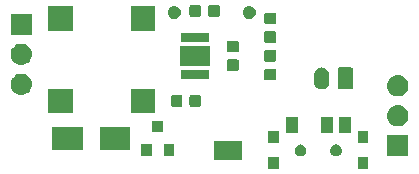
<source format=gbr>
G04 #@! TF.GenerationSoftware,KiCad,Pcbnew,(5.1.4-0)*
G04 #@! TF.CreationDate,2019-09-04T21:36:44-07:00*
G04 #@! TF.ProjectId,pic_beeper,7069635f-6265-4657-9065-722e6b696361,rev?*
G04 #@! TF.SameCoordinates,Original*
G04 #@! TF.FileFunction,Soldermask,Top*
G04 #@! TF.FilePolarity,Negative*
%FSLAX46Y46*%
G04 Gerber Fmt 4.6, Leading zero omitted, Abs format (unit mm)*
G04 Created by KiCad (PCBNEW (5.1.4-0)) date 2019-09-04 21:36:44*
%MOMM*%
%LPD*%
G04 APERTURE LIST*
%ADD10C,0.100000*%
G04 APERTURE END LIST*
D10*
G36*
X43875000Y-25477000D02*
G01*
X42973000Y-25477000D01*
X42973000Y-24475000D01*
X43875000Y-24475000D01*
X43875000Y-25477000D01*
X43875000Y-25477000D01*
G37*
G36*
X36275000Y-25477000D02*
G01*
X35373000Y-25477000D01*
X35373000Y-24475000D01*
X36275000Y-24475000D01*
X36275000Y-25477000D01*
X36275000Y-25477000D01*
G37*
G36*
X33205000Y-24677000D02*
G01*
X30803000Y-24677000D01*
X30803000Y-23075000D01*
X33205000Y-23075000D01*
X33205000Y-24677000D01*
X33205000Y-24677000D01*
G37*
G36*
X47256000Y-24396000D02*
G01*
X45454000Y-24396000D01*
X45454000Y-22594000D01*
X47256000Y-22594000D01*
X47256000Y-24396000D01*
X47256000Y-24396000D01*
G37*
G36*
X38221740Y-23384627D02*
G01*
X38270136Y-23394253D01*
X38307902Y-23409896D01*
X38361311Y-23432019D01*
X38361312Y-23432020D01*
X38443369Y-23486848D01*
X38513152Y-23556631D01*
X38513153Y-23556633D01*
X38567981Y-23638689D01*
X38605747Y-23729865D01*
X38625000Y-23826655D01*
X38625000Y-23925345D01*
X38605747Y-24022135D01*
X38567981Y-24113311D01*
X38567980Y-24113312D01*
X38513152Y-24195369D01*
X38443369Y-24265152D01*
X38402062Y-24292752D01*
X38361311Y-24319981D01*
X38307902Y-24342104D01*
X38270136Y-24357747D01*
X38221740Y-24367373D01*
X38173345Y-24377000D01*
X38074655Y-24377000D01*
X38026260Y-24367373D01*
X37977864Y-24357747D01*
X37940098Y-24342104D01*
X37886689Y-24319981D01*
X37845938Y-24292752D01*
X37804631Y-24265152D01*
X37734848Y-24195369D01*
X37680020Y-24113312D01*
X37680019Y-24113311D01*
X37642253Y-24022135D01*
X37623000Y-23925345D01*
X37623000Y-23826655D01*
X37642253Y-23729865D01*
X37680019Y-23638689D01*
X37734847Y-23556633D01*
X37734848Y-23556631D01*
X37804631Y-23486848D01*
X37886688Y-23432020D01*
X37886689Y-23432019D01*
X37940098Y-23409896D01*
X37977864Y-23394253D01*
X38026260Y-23384626D01*
X38074655Y-23375000D01*
X38173345Y-23375000D01*
X38221740Y-23384627D01*
X38221740Y-23384627D01*
G37*
G36*
X41221740Y-23384627D02*
G01*
X41270136Y-23394253D01*
X41307902Y-23409896D01*
X41361311Y-23432019D01*
X41361312Y-23432020D01*
X41443369Y-23486848D01*
X41513152Y-23556631D01*
X41513153Y-23556633D01*
X41567981Y-23638689D01*
X41605747Y-23729865D01*
X41625000Y-23826655D01*
X41625000Y-23925345D01*
X41605747Y-24022135D01*
X41567981Y-24113311D01*
X41567980Y-24113312D01*
X41513152Y-24195369D01*
X41443369Y-24265152D01*
X41402062Y-24292752D01*
X41361311Y-24319981D01*
X41307902Y-24342104D01*
X41270136Y-24357747D01*
X41221740Y-24367373D01*
X41173345Y-24377000D01*
X41074655Y-24377000D01*
X41026260Y-24367373D01*
X40977864Y-24357747D01*
X40940098Y-24342104D01*
X40886689Y-24319981D01*
X40845938Y-24292752D01*
X40804631Y-24265152D01*
X40734848Y-24195369D01*
X40680020Y-24113312D01*
X40680019Y-24113311D01*
X40642253Y-24022135D01*
X40623000Y-23925345D01*
X40623000Y-23826655D01*
X40642253Y-23729865D01*
X40680019Y-23638689D01*
X40734847Y-23556633D01*
X40734848Y-23556631D01*
X40804631Y-23486848D01*
X40886688Y-23432020D01*
X40886689Y-23432019D01*
X40940098Y-23409896D01*
X40977864Y-23394253D01*
X41026260Y-23384626D01*
X41074655Y-23375000D01*
X41173345Y-23375000D01*
X41221740Y-23384627D01*
X41221740Y-23384627D01*
G37*
G36*
X27436000Y-24361000D02*
G01*
X26534000Y-24361000D01*
X26534000Y-23359000D01*
X27436000Y-23359000D01*
X27436000Y-24361000D01*
X27436000Y-24361000D01*
G37*
G36*
X25536000Y-24361000D02*
G01*
X24634000Y-24361000D01*
X24634000Y-23359000D01*
X25536000Y-23359000D01*
X25536000Y-24361000D01*
X25536000Y-24361000D01*
G37*
G36*
X19716000Y-23811000D02*
G01*
X17114000Y-23811000D01*
X17114000Y-21909000D01*
X19716000Y-21909000D01*
X19716000Y-23811000D01*
X19716000Y-23811000D01*
G37*
G36*
X23716000Y-23811000D02*
G01*
X21114000Y-23811000D01*
X21114000Y-21909000D01*
X23716000Y-21909000D01*
X23716000Y-23811000D01*
X23716000Y-23811000D01*
G37*
G36*
X43875000Y-23277000D02*
G01*
X42973000Y-23277000D01*
X42973000Y-22275000D01*
X43875000Y-22275000D01*
X43875000Y-23277000D01*
X43875000Y-23277000D01*
G37*
G36*
X36275000Y-23277000D02*
G01*
X35373000Y-23277000D01*
X35373000Y-22275000D01*
X36275000Y-22275000D01*
X36275000Y-23277000D01*
X36275000Y-23277000D01*
G37*
G36*
X37875000Y-22427000D02*
G01*
X36873000Y-22427000D01*
X36873000Y-21075000D01*
X37875000Y-21075000D01*
X37875000Y-22427000D01*
X37875000Y-22427000D01*
G37*
G36*
X40875000Y-22427000D02*
G01*
X39873000Y-22427000D01*
X39873000Y-21075000D01*
X40875000Y-21075000D01*
X40875000Y-22427000D01*
X40875000Y-22427000D01*
G37*
G36*
X42375000Y-22427000D02*
G01*
X41373000Y-22427000D01*
X41373000Y-21075000D01*
X42375000Y-21075000D01*
X42375000Y-22427000D01*
X42375000Y-22427000D01*
G37*
G36*
X26486000Y-22361000D02*
G01*
X25584000Y-22361000D01*
X25584000Y-21359000D01*
X26486000Y-21359000D01*
X26486000Y-22361000D01*
X26486000Y-22361000D01*
G37*
G36*
X46462412Y-20060220D02*
G01*
X46531627Y-20067037D01*
X46701466Y-20118557D01*
X46857991Y-20202222D01*
X46893729Y-20231552D01*
X46995186Y-20314814D01*
X47078448Y-20416271D01*
X47107778Y-20452009D01*
X47191443Y-20608534D01*
X47242963Y-20778373D01*
X47260359Y-20955000D01*
X47242963Y-21131627D01*
X47191443Y-21301466D01*
X47107778Y-21457991D01*
X47078448Y-21493729D01*
X46995186Y-21595186D01*
X46893729Y-21678448D01*
X46857991Y-21707778D01*
X46701466Y-21791443D01*
X46531627Y-21842963D01*
X46465443Y-21849481D01*
X46399260Y-21856000D01*
X46310740Y-21856000D01*
X46244557Y-21849481D01*
X46178373Y-21842963D01*
X46008534Y-21791443D01*
X45852009Y-21707778D01*
X45816271Y-21678448D01*
X45714814Y-21595186D01*
X45631552Y-21493729D01*
X45602222Y-21457991D01*
X45518557Y-21301466D01*
X45467037Y-21131627D01*
X45449641Y-20955000D01*
X45467037Y-20778373D01*
X45518557Y-20608534D01*
X45602222Y-20452009D01*
X45631552Y-20416271D01*
X45714814Y-20314814D01*
X45816271Y-20231552D01*
X45852009Y-20202222D01*
X46008534Y-20118557D01*
X46178373Y-20067037D01*
X46247588Y-20060220D01*
X46310740Y-20054000D01*
X46399260Y-20054000D01*
X46462412Y-20060220D01*
X46462412Y-20060220D01*
G37*
G36*
X18836001Y-20756001D02*
G01*
X16734001Y-20756001D01*
X16734001Y-18654001D01*
X18836001Y-18654001D01*
X18836001Y-20756001D01*
X18836001Y-20756001D01*
G37*
G36*
X25836001Y-20756001D02*
G01*
X23734001Y-20756001D01*
X23734001Y-18654001D01*
X25836001Y-18654001D01*
X25836001Y-20756001D01*
X25836001Y-20756001D01*
G37*
G36*
X29552091Y-19163085D02*
G01*
X29586069Y-19173393D01*
X29617390Y-19190134D01*
X29644839Y-19212661D01*
X29667366Y-19240110D01*
X29684107Y-19271431D01*
X29694415Y-19305409D01*
X29698500Y-19346890D01*
X29698500Y-20023110D01*
X29694415Y-20064591D01*
X29684107Y-20098569D01*
X29667366Y-20129890D01*
X29644839Y-20157339D01*
X29617390Y-20179866D01*
X29586069Y-20196607D01*
X29552091Y-20206915D01*
X29510610Y-20211000D01*
X28909390Y-20211000D01*
X28867909Y-20206915D01*
X28833931Y-20196607D01*
X28802610Y-20179866D01*
X28775161Y-20157339D01*
X28752634Y-20129890D01*
X28735893Y-20098569D01*
X28725585Y-20064591D01*
X28721500Y-20023110D01*
X28721500Y-19346890D01*
X28725585Y-19305409D01*
X28735893Y-19271431D01*
X28752634Y-19240110D01*
X28775161Y-19212661D01*
X28802610Y-19190134D01*
X28833931Y-19173393D01*
X28867909Y-19163085D01*
X28909390Y-19159000D01*
X29510610Y-19159000D01*
X29552091Y-19163085D01*
X29552091Y-19163085D01*
G37*
G36*
X27977091Y-19163085D02*
G01*
X28011069Y-19173393D01*
X28042390Y-19190134D01*
X28069839Y-19212661D01*
X28092366Y-19240110D01*
X28109107Y-19271431D01*
X28119415Y-19305409D01*
X28123500Y-19346890D01*
X28123500Y-20023110D01*
X28119415Y-20064591D01*
X28109107Y-20098569D01*
X28092366Y-20129890D01*
X28069839Y-20157339D01*
X28042390Y-20179866D01*
X28011069Y-20196607D01*
X27977091Y-20206915D01*
X27935610Y-20211000D01*
X27334390Y-20211000D01*
X27292909Y-20206915D01*
X27258931Y-20196607D01*
X27227610Y-20179866D01*
X27200161Y-20157339D01*
X27177634Y-20129890D01*
X27160893Y-20098569D01*
X27150585Y-20064591D01*
X27146500Y-20023110D01*
X27146500Y-19346890D01*
X27150585Y-19305409D01*
X27160893Y-19271431D01*
X27177634Y-19240110D01*
X27200161Y-19212661D01*
X27227610Y-19190134D01*
X27258931Y-19173393D01*
X27292909Y-19163085D01*
X27334390Y-19159000D01*
X27935610Y-19159000D01*
X27977091Y-19163085D01*
X27977091Y-19163085D01*
G37*
G36*
X46465442Y-17520518D02*
G01*
X46531627Y-17527037D01*
X46701466Y-17578557D01*
X46857991Y-17662222D01*
X46893729Y-17691552D01*
X46995186Y-17774814D01*
X47062953Y-17857390D01*
X47107778Y-17912009D01*
X47191443Y-18068534D01*
X47242963Y-18238373D01*
X47260359Y-18415000D01*
X47242963Y-18591627D01*
X47191443Y-18761466D01*
X47107778Y-18917991D01*
X47099411Y-18928186D01*
X46995186Y-19055186D01*
X46893729Y-19138448D01*
X46857991Y-19167778D01*
X46701466Y-19251443D01*
X46531627Y-19302963D01*
X46465442Y-19309482D01*
X46399260Y-19316000D01*
X46310740Y-19316000D01*
X46244558Y-19309482D01*
X46178373Y-19302963D01*
X46008534Y-19251443D01*
X45852009Y-19167778D01*
X45816271Y-19138448D01*
X45714814Y-19055186D01*
X45610589Y-18928186D01*
X45602222Y-18917991D01*
X45518557Y-18761466D01*
X45467037Y-18591627D01*
X45449641Y-18415000D01*
X45467037Y-18238373D01*
X45518557Y-18068534D01*
X45602222Y-17912009D01*
X45647047Y-17857390D01*
X45714814Y-17774814D01*
X45816271Y-17691552D01*
X45852009Y-17662222D01*
X46008534Y-17578557D01*
X46178373Y-17527037D01*
X46244558Y-17520518D01*
X46310740Y-17514000D01*
X46399260Y-17514000D01*
X46465442Y-17520518D01*
X46465442Y-17520518D01*
G37*
G36*
X14588442Y-17393518D02*
G01*
X14654627Y-17400037D01*
X14824466Y-17451557D01*
X14980991Y-17535222D01*
X15016729Y-17564552D01*
X15118186Y-17647814D01*
X15195400Y-17741901D01*
X15230778Y-17785009D01*
X15230779Y-17785011D01*
X15290819Y-17897336D01*
X15314443Y-17941534D01*
X15365963Y-18111373D01*
X15383359Y-18288000D01*
X15365963Y-18464627D01*
X15314443Y-18634466D01*
X15230778Y-18790991D01*
X15201448Y-18826729D01*
X15118186Y-18928186D01*
X15016729Y-19011448D01*
X14980991Y-19040778D01*
X14824466Y-19124443D01*
X14654627Y-19175963D01*
X14588443Y-19182481D01*
X14522260Y-19189000D01*
X14433740Y-19189000D01*
X14367557Y-19182481D01*
X14301373Y-19175963D01*
X14131534Y-19124443D01*
X13975009Y-19040778D01*
X13939271Y-19011448D01*
X13837814Y-18928186D01*
X13754552Y-18826729D01*
X13725222Y-18790991D01*
X13641557Y-18634466D01*
X13590037Y-18464627D01*
X13572641Y-18288000D01*
X13590037Y-18111373D01*
X13641557Y-17941534D01*
X13665182Y-17897336D01*
X13725221Y-17785011D01*
X13725222Y-17785009D01*
X13760600Y-17741901D01*
X13837814Y-17647814D01*
X13939271Y-17564552D01*
X13975009Y-17535222D01*
X14131534Y-17451557D01*
X14301373Y-17400037D01*
X14367558Y-17393518D01*
X14433740Y-17387000D01*
X14522260Y-17387000D01*
X14588442Y-17393518D01*
X14588442Y-17393518D01*
G37*
G36*
X40037618Y-16863420D02*
G01*
X40118400Y-16887925D01*
X40160336Y-16900646D01*
X40273425Y-16961094D01*
X40372554Y-17042446D01*
X40453906Y-17141575D01*
X40514354Y-17254664D01*
X40514355Y-17254668D01*
X40551580Y-17377382D01*
X40561000Y-17473027D01*
X40561000Y-18086973D01*
X40551580Y-18182618D01*
X40534667Y-18238373D01*
X40514354Y-18305336D01*
X40453906Y-18418425D01*
X40372554Y-18517553D01*
X40273424Y-18598906D01*
X40160335Y-18659354D01*
X40128403Y-18669040D01*
X40037617Y-18696580D01*
X39910000Y-18709149D01*
X39782382Y-18696580D01*
X39691596Y-18669040D01*
X39659664Y-18659354D01*
X39546575Y-18598906D01*
X39447447Y-18517554D01*
X39366094Y-18418424D01*
X39305646Y-18305335D01*
X39285334Y-18238375D01*
X39268420Y-18182617D01*
X39259000Y-18086972D01*
X39259000Y-17473027D01*
X39268420Y-17377382D01*
X39305645Y-17254668D01*
X39305645Y-17254667D01*
X39337957Y-17194217D01*
X39366095Y-17141574D01*
X39379493Y-17125249D01*
X39447447Y-17042446D01*
X39546576Y-16961094D01*
X39659665Y-16900646D01*
X39701601Y-16887925D01*
X39782383Y-16863420D01*
X39910000Y-16850851D01*
X40037618Y-16863420D01*
X40037618Y-16863420D01*
G37*
G36*
X42401242Y-16858404D02*
G01*
X42438337Y-16869657D01*
X42472515Y-16887925D01*
X42502481Y-16912519D01*
X42527075Y-16942485D01*
X42545343Y-16976663D01*
X42556596Y-17013758D01*
X42561000Y-17058474D01*
X42561000Y-18501526D01*
X42556596Y-18546242D01*
X42545343Y-18583337D01*
X42527075Y-18617515D01*
X42502481Y-18647481D01*
X42472515Y-18672075D01*
X42438337Y-18690343D01*
X42401242Y-18701596D01*
X42356526Y-18706000D01*
X41463474Y-18706000D01*
X41418758Y-18701596D01*
X41381663Y-18690343D01*
X41347485Y-18672075D01*
X41317519Y-18647481D01*
X41292925Y-18617515D01*
X41274657Y-18583337D01*
X41263404Y-18546242D01*
X41259000Y-18501526D01*
X41259000Y-17058474D01*
X41263404Y-17013758D01*
X41274657Y-16976663D01*
X41292925Y-16942485D01*
X41317519Y-16912519D01*
X41347485Y-16887925D01*
X41381663Y-16869657D01*
X41418758Y-16858404D01*
X41463474Y-16854000D01*
X42356526Y-16854000D01*
X42401242Y-16858404D01*
X42401242Y-16858404D01*
G37*
G36*
X35939591Y-16965585D02*
G01*
X35973569Y-16975893D01*
X36004890Y-16992634D01*
X36032339Y-17015161D01*
X36054866Y-17042610D01*
X36071607Y-17073931D01*
X36081915Y-17107909D01*
X36086000Y-17149390D01*
X36086000Y-17750610D01*
X36081915Y-17792091D01*
X36071607Y-17826069D01*
X36054866Y-17857390D01*
X36032339Y-17884839D01*
X36004890Y-17907366D01*
X35973569Y-17924107D01*
X35939591Y-17934415D01*
X35898110Y-17938500D01*
X35221890Y-17938500D01*
X35180409Y-17934415D01*
X35146431Y-17924107D01*
X35115110Y-17907366D01*
X35087661Y-17884839D01*
X35065134Y-17857390D01*
X35048393Y-17826069D01*
X35038085Y-17792091D01*
X35034000Y-17750610D01*
X35034000Y-17149390D01*
X35038085Y-17107909D01*
X35048393Y-17073931D01*
X35065134Y-17042610D01*
X35087661Y-17015161D01*
X35115110Y-16992634D01*
X35146431Y-16975893D01*
X35180409Y-16965585D01*
X35221890Y-16961500D01*
X35898110Y-16961500D01*
X35939591Y-16965585D01*
X35939591Y-16965585D01*
G37*
G36*
X30411000Y-17801000D02*
G01*
X28009000Y-17801000D01*
X28009000Y-17049000D01*
X30411000Y-17049000D01*
X30411000Y-17801000D01*
X30411000Y-17801000D01*
G37*
G36*
X32764591Y-16178085D02*
G01*
X32798569Y-16188393D01*
X32829890Y-16205134D01*
X32857339Y-16227661D01*
X32879866Y-16255110D01*
X32896607Y-16286431D01*
X32906915Y-16320409D01*
X32911000Y-16361890D01*
X32911000Y-16963110D01*
X32906915Y-17004591D01*
X32896607Y-17038569D01*
X32879866Y-17069890D01*
X32857339Y-17097339D01*
X32829890Y-17119866D01*
X32798569Y-17136607D01*
X32764591Y-17146915D01*
X32723110Y-17151000D01*
X32046890Y-17151000D01*
X32005409Y-17146915D01*
X31971431Y-17136607D01*
X31940110Y-17119866D01*
X31912661Y-17097339D01*
X31890134Y-17069890D01*
X31873393Y-17038569D01*
X31863085Y-17004591D01*
X31859000Y-16963110D01*
X31859000Y-16361890D01*
X31863085Y-16320409D01*
X31873393Y-16286431D01*
X31890134Y-16255110D01*
X31912661Y-16227661D01*
X31940110Y-16205134D01*
X31971431Y-16188393D01*
X32005409Y-16178085D01*
X32046890Y-16174000D01*
X32723110Y-16174000D01*
X32764591Y-16178085D01*
X32764591Y-16178085D01*
G37*
G36*
X30461000Y-16701000D02*
G01*
X27959000Y-16701000D01*
X27959000Y-15049000D01*
X30461000Y-15049000D01*
X30461000Y-16701000D01*
X30461000Y-16701000D01*
G37*
G36*
X14588442Y-14853518D02*
G01*
X14654627Y-14860037D01*
X14824466Y-14911557D01*
X14980991Y-14995222D01*
X15016729Y-15024552D01*
X15118186Y-15107814D01*
X15201448Y-15209271D01*
X15230778Y-15245009D01*
X15314443Y-15401534D01*
X15365963Y-15571373D01*
X15383359Y-15748000D01*
X15365963Y-15924627D01*
X15314443Y-16094466D01*
X15230778Y-16250991D01*
X15205009Y-16282390D01*
X15118186Y-16388186D01*
X15016729Y-16471448D01*
X14980991Y-16500778D01*
X14824466Y-16584443D01*
X14654627Y-16635963D01*
X14588443Y-16642481D01*
X14522260Y-16649000D01*
X14433740Y-16649000D01*
X14367557Y-16642481D01*
X14301373Y-16635963D01*
X14131534Y-16584443D01*
X13975009Y-16500778D01*
X13939271Y-16471448D01*
X13837814Y-16388186D01*
X13750991Y-16282390D01*
X13725222Y-16250991D01*
X13641557Y-16094466D01*
X13590037Y-15924627D01*
X13572641Y-15748000D01*
X13590037Y-15571373D01*
X13641557Y-15401534D01*
X13725222Y-15245009D01*
X13754552Y-15209271D01*
X13837814Y-15107814D01*
X13939271Y-15024552D01*
X13975009Y-14995222D01*
X14131534Y-14911557D01*
X14301373Y-14860037D01*
X14367558Y-14853518D01*
X14433740Y-14847000D01*
X14522260Y-14847000D01*
X14588442Y-14853518D01*
X14588442Y-14853518D01*
G37*
G36*
X35939591Y-15390585D02*
G01*
X35973569Y-15400893D01*
X36004890Y-15417634D01*
X36032339Y-15440161D01*
X36054866Y-15467610D01*
X36071607Y-15498931D01*
X36081915Y-15532909D01*
X36086000Y-15574390D01*
X36086000Y-16175610D01*
X36081915Y-16217091D01*
X36071607Y-16251069D01*
X36054866Y-16282390D01*
X36032339Y-16309839D01*
X36004890Y-16332366D01*
X35973569Y-16349107D01*
X35939591Y-16359415D01*
X35898110Y-16363500D01*
X35221890Y-16363500D01*
X35180409Y-16359415D01*
X35146431Y-16349107D01*
X35115110Y-16332366D01*
X35087661Y-16309839D01*
X35065134Y-16282390D01*
X35048393Y-16251069D01*
X35038085Y-16217091D01*
X35034000Y-16175610D01*
X35034000Y-15574390D01*
X35038085Y-15532909D01*
X35048393Y-15498931D01*
X35065134Y-15467610D01*
X35087661Y-15440161D01*
X35115110Y-15417634D01*
X35146431Y-15400893D01*
X35180409Y-15390585D01*
X35221890Y-15386500D01*
X35898110Y-15386500D01*
X35939591Y-15390585D01*
X35939591Y-15390585D01*
G37*
G36*
X32764591Y-14603085D02*
G01*
X32798569Y-14613393D01*
X32829890Y-14630134D01*
X32857339Y-14652661D01*
X32879866Y-14680110D01*
X32896607Y-14711431D01*
X32906915Y-14745409D01*
X32911000Y-14786890D01*
X32911000Y-15388110D01*
X32906915Y-15429591D01*
X32896607Y-15463569D01*
X32879866Y-15494890D01*
X32857339Y-15522339D01*
X32829890Y-15544866D01*
X32798569Y-15561607D01*
X32764591Y-15571915D01*
X32723110Y-15576000D01*
X32046890Y-15576000D01*
X32005409Y-15571915D01*
X31971431Y-15561607D01*
X31940110Y-15544866D01*
X31912661Y-15522339D01*
X31890134Y-15494890D01*
X31873393Y-15463569D01*
X31863085Y-15429591D01*
X31859000Y-15388110D01*
X31859000Y-14786890D01*
X31863085Y-14745409D01*
X31873393Y-14711431D01*
X31890134Y-14680110D01*
X31912661Y-14652661D01*
X31940110Y-14630134D01*
X31971431Y-14613393D01*
X32005409Y-14603085D01*
X32046890Y-14599000D01*
X32723110Y-14599000D01*
X32764591Y-14603085D01*
X32764591Y-14603085D01*
G37*
G36*
X35939591Y-13790585D02*
G01*
X35973569Y-13800893D01*
X36004890Y-13817634D01*
X36032339Y-13840161D01*
X36054866Y-13867610D01*
X36071607Y-13898931D01*
X36081915Y-13932909D01*
X36086000Y-13974390D01*
X36086000Y-14575610D01*
X36081915Y-14617091D01*
X36071607Y-14651069D01*
X36054866Y-14682390D01*
X36032339Y-14709839D01*
X36004890Y-14732366D01*
X35973569Y-14749107D01*
X35939591Y-14759415D01*
X35898110Y-14763500D01*
X35221890Y-14763500D01*
X35180409Y-14759415D01*
X35146431Y-14749107D01*
X35115110Y-14732366D01*
X35087661Y-14709839D01*
X35065134Y-14682390D01*
X35048393Y-14651069D01*
X35038085Y-14617091D01*
X35034000Y-14575610D01*
X35034000Y-13974390D01*
X35038085Y-13932909D01*
X35048393Y-13898931D01*
X35065134Y-13867610D01*
X35087661Y-13840161D01*
X35115110Y-13817634D01*
X35146431Y-13800893D01*
X35180409Y-13790585D01*
X35221890Y-13786500D01*
X35898110Y-13786500D01*
X35939591Y-13790585D01*
X35939591Y-13790585D01*
G37*
G36*
X30411000Y-14701000D02*
G01*
X28009000Y-14701000D01*
X28009000Y-13949000D01*
X30411000Y-13949000D01*
X30411000Y-14701000D01*
X30411000Y-14701000D01*
G37*
G36*
X15379000Y-14109000D02*
G01*
X13577000Y-14109000D01*
X13577000Y-12307000D01*
X15379000Y-12307000D01*
X15379000Y-14109000D01*
X15379000Y-14109000D01*
G37*
G36*
X25836001Y-13756001D02*
G01*
X23734001Y-13756001D01*
X23734001Y-11654001D01*
X25836001Y-11654001D01*
X25836001Y-13756001D01*
X25836001Y-13756001D01*
G37*
G36*
X18836001Y-13756001D02*
G01*
X16734001Y-13756001D01*
X16734001Y-11654001D01*
X18836001Y-11654001D01*
X18836001Y-13756001D01*
X18836001Y-13756001D01*
G37*
G36*
X35939591Y-12215585D02*
G01*
X35973569Y-12225893D01*
X36004890Y-12242634D01*
X36032339Y-12265161D01*
X36054866Y-12292610D01*
X36071607Y-12323931D01*
X36081915Y-12357909D01*
X36086000Y-12399390D01*
X36086000Y-13000610D01*
X36081915Y-13042091D01*
X36071607Y-13076069D01*
X36054866Y-13107390D01*
X36032339Y-13134839D01*
X36004890Y-13157366D01*
X35973569Y-13174107D01*
X35939591Y-13184415D01*
X35898110Y-13188500D01*
X35221890Y-13188500D01*
X35180409Y-13184415D01*
X35146431Y-13174107D01*
X35115110Y-13157366D01*
X35087661Y-13134839D01*
X35065134Y-13107390D01*
X35048393Y-13076069D01*
X35038085Y-13042091D01*
X35034000Y-13000610D01*
X35034000Y-12399390D01*
X35038085Y-12357909D01*
X35048393Y-12323931D01*
X35065134Y-12292610D01*
X35087661Y-12265161D01*
X35115110Y-12242634D01*
X35146431Y-12225893D01*
X35180409Y-12215585D01*
X35221890Y-12211500D01*
X35898110Y-12211500D01*
X35939591Y-12215585D01*
X35939591Y-12215585D01*
G37*
G36*
X27592721Y-11662174D02*
G01*
X27692995Y-11703709D01*
X27692996Y-11703710D01*
X27783242Y-11764010D01*
X27859990Y-11840758D01*
X27859991Y-11840760D01*
X27920291Y-11931005D01*
X27961826Y-12031279D01*
X27983000Y-12137730D01*
X27983000Y-12246270D01*
X27961826Y-12352721D01*
X27920291Y-12452995D01*
X27920290Y-12452996D01*
X27859990Y-12543242D01*
X27783242Y-12619990D01*
X27737812Y-12650345D01*
X27692995Y-12680291D01*
X27592721Y-12721826D01*
X27486270Y-12743000D01*
X27377730Y-12743000D01*
X27271279Y-12721826D01*
X27171005Y-12680291D01*
X27126188Y-12650345D01*
X27080758Y-12619990D01*
X27004010Y-12543242D01*
X26943710Y-12452996D01*
X26943709Y-12452995D01*
X26902174Y-12352721D01*
X26881000Y-12246270D01*
X26881000Y-12137730D01*
X26902174Y-12031279D01*
X26943709Y-11931005D01*
X27004009Y-11840760D01*
X27004010Y-11840758D01*
X27080758Y-11764010D01*
X27171004Y-11703710D01*
X27171005Y-11703709D01*
X27271279Y-11662174D01*
X27377730Y-11641000D01*
X27486270Y-11641000D01*
X27592721Y-11662174D01*
X27592721Y-11662174D01*
G37*
G36*
X33942721Y-11662174D02*
G01*
X34042995Y-11703709D01*
X34042996Y-11703710D01*
X34133242Y-11764010D01*
X34209990Y-11840758D01*
X34209991Y-11840760D01*
X34270291Y-11931005D01*
X34311826Y-12031279D01*
X34333000Y-12137730D01*
X34333000Y-12246270D01*
X34311826Y-12352721D01*
X34270291Y-12452995D01*
X34270290Y-12452996D01*
X34209990Y-12543242D01*
X34133242Y-12619990D01*
X34087812Y-12650345D01*
X34042995Y-12680291D01*
X33942721Y-12721826D01*
X33836270Y-12743000D01*
X33727730Y-12743000D01*
X33621279Y-12721826D01*
X33521005Y-12680291D01*
X33476188Y-12650345D01*
X33430758Y-12619990D01*
X33354010Y-12543242D01*
X33293710Y-12452996D01*
X33293709Y-12452995D01*
X33252174Y-12352721D01*
X33231000Y-12246270D01*
X33231000Y-12137730D01*
X33252174Y-12031279D01*
X33293709Y-11931005D01*
X33354009Y-11840760D01*
X33354010Y-11840758D01*
X33430758Y-11764010D01*
X33521004Y-11703710D01*
X33521005Y-11703709D01*
X33621279Y-11662174D01*
X33727730Y-11641000D01*
X33836270Y-11641000D01*
X33942721Y-11662174D01*
X33942721Y-11662174D01*
G37*
G36*
X29552091Y-11543085D02*
G01*
X29586069Y-11553393D01*
X29617390Y-11570134D01*
X29644839Y-11592661D01*
X29667366Y-11620110D01*
X29684107Y-11651431D01*
X29694415Y-11685409D01*
X29698500Y-11726890D01*
X29698500Y-12403110D01*
X29694415Y-12444591D01*
X29684107Y-12478569D01*
X29667366Y-12509890D01*
X29644839Y-12537339D01*
X29617390Y-12559866D01*
X29586069Y-12576607D01*
X29552091Y-12586915D01*
X29510610Y-12591000D01*
X28909390Y-12591000D01*
X28867909Y-12586915D01*
X28833931Y-12576607D01*
X28802610Y-12559866D01*
X28775161Y-12537339D01*
X28752634Y-12509890D01*
X28735893Y-12478569D01*
X28725585Y-12444591D01*
X28721500Y-12403110D01*
X28721500Y-11726890D01*
X28725585Y-11685409D01*
X28735893Y-11651431D01*
X28752634Y-11620110D01*
X28775161Y-11592661D01*
X28802610Y-11570134D01*
X28833931Y-11553393D01*
X28867909Y-11543085D01*
X28909390Y-11539000D01*
X29510610Y-11539000D01*
X29552091Y-11543085D01*
X29552091Y-11543085D01*
G37*
G36*
X31127091Y-11543085D02*
G01*
X31161069Y-11553393D01*
X31192390Y-11570134D01*
X31219839Y-11592661D01*
X31242366Y-11620110D01*
X31259107Y-11651431D01*
X31269415Y-11685409D01*
X31273500Y-11726890D01*
X31273500Y-12403110D01*
X31269415Y-12444591D01*
X31259107Y-12478569D01*
X31242366Y-12509890D01*
X31219839Y-12537339D01*
X31192390Y-12559866D01*
X31161069Y-12576607D01*
X31127091Y-12586915D01*
X31085610Y-12591000D01*
X30484390Y-12591000D01*
X30442909Y-12586915D01*
X30408931Y-12576607D01*
X30377610Y-12559866D01*
X30350161Y-12537339D01*
X30327634Y-12509890D01*
X30310893Y-12478569D01*
X30300585Y-12444591D01*
X30296500Y-12403110D01*
X30296500Y-11726890D01*
X30300585Y-11685409D01*
X30310893Y-11651431D01*
X30327634Y-11620110D01*
X30350161Y-11592661D01*
X30377610Y-11570134D01*
X30408931Y-11553393D01*
X30442909Y-11543085D01*
X30484390Y-11539000D01*
X31085610Y-11539000D01*
X31127091Y-11543085D01*
X31127091Y-11543085D01*
G37*
M02*

</source>
